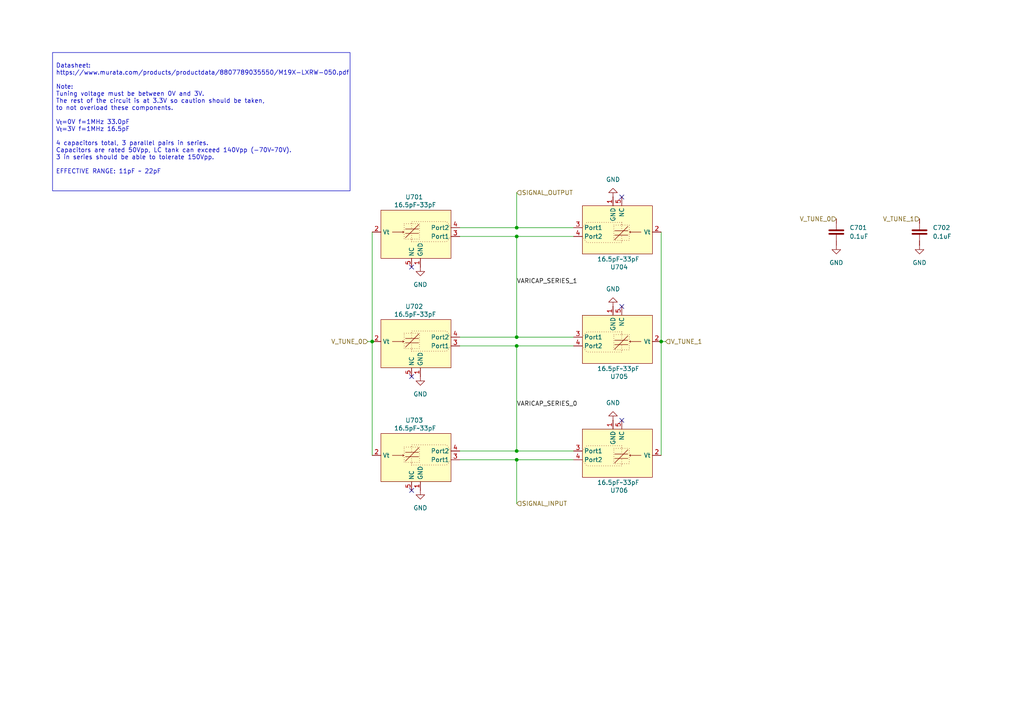
<source format=kicad_sch>
(kicad_sch (version 20250114) (generator "eeschema") (generator_version "9.0")
  (paper "A4")
  (title_block (rev "0") (company "Integrated BioElectronics Laboratory @ NYU Abu Dhabi") (comment 1 "Schematic developed by Hamza Anver"))
  (lib_symbols
    (symbol "GRM155R71A104KA01J_1" (pin_numbers (hide yes)) (pin_names (hide yes))
      (property "Reference" "C202" (at 1.2701 -3.81 90))
      (property "Value" "0.1uF" (at -1.2699 -3.81 90))
      (symbol "GRM155R71A104KA01J_1_0_1"
        (polyline (pts (xy -0.51 0) (xy -2.54 0)))
        (polyline (pts (xy -0.51 -2.03) (xy -0.51 2.03)) (stroke (width 0.508)))
        (polyline (pts (xy 0.51 2.03) (xy 0.51 -2.03)) (stroke (width 0.508)))
        (polyline (pts (xy 2.54 0) (xy 0.51 0)))
        (pin unspecified line (at -3.81 0 0) (length 1.27) (name "1") (number "1"))
        (pin unspecified line (at 3.81 0 180) (length 1.27) (name "2") (number "2"))
      )
    )
    (symbol "LXRW19V330-050_1"
      (property "Reference" "U701" (at -0.508 11.43 0))
      (property "Value" "16.5pF~33pF" (at -0.254 9.144 0))
      (symbol "LXRW19V330-050_1_0_1"
        (rectangle (start -10.16 7.62) (end 10.16 -6.35) (fill (type background)))
        (polyline (pts (xy -3.048 2.159) (xy 0.762 2.159)))
        (polyline (pts (xy -3.048 0.889) (xy 0.762 0.889)))
        (polyline (pts (xy -3.048 -0.381) (xy 0.762 3.429)))
        (pin unspecified line (at -12.7 1.27 0) (length 2.54) (name "Vt") (number "2"))
        (pin unspecified line (at -1.27 -8.89 90) (length 2.54) (name "NC") (number "5"))
        (pin unspecified line (at 1.27 -8.89 90) (length 2.54) (name "GND") (number "1"))
        (pin unspecified line (at 12.7 2.54 180) (length 2.54) (name "Port2") (number "4"))
        (pin unspecified line (at 12.7 0 180) (length 2.54) (name "Port1") (number "3"))
      )
      (symbol "LXRW19V330-050_1_1_1"
        (polyline (pts (xy -6.858 1.27) (xy -3.556 1.27) (xy -3.81 1.524) (xy -3.556 1.27) (xy -3.81 1.016)))
        (rectangle (start -3.429 3.683) (end 1.016 -0.762) (stroke (width 0) (type dot)))
        (polyline (pts (xy -1.27 3.81) (xy -1.27 2.286)))
        (polyline (pts (xy -1.27 3.81) (xy -1.27 4.318) (xy 8.89 4.318) (xy 10.16 2.54)))
        (polyline (pts (xy -1.27 -1.016) (xy -1.27 0.762)))
        (polyline (pts (xy -1.27 -1.27) (xy -1.27 -1.27)))
        (polyline (pts (xy -1.27 -1.27) (xy -1.27 -1.27)))
        (polyline (pts (xy -1.27 -1.524) (xy -1.27 -0.762)))
        (polyline (pts (xy -1.27 -1.524) (xy 8.89 -1.524) (xy 10.16 0)))
        (polyline (pts (xy 0.762 3.429) (xy 0.127 3.429)))
        (polyline (pts (xy 0.762 3.429) (xy 0.762 2.794)))
      )
    )
    (symbol "LXRW19V330-050_2"
      (property "Reference" "U701" (at -0.508 11.43 0))
      (property "Value" "16.5pF~33pF" (at -0.254 9.144 0))
      (symbol "LXRW19V330-050_2_0_1"
        (rectangle (start -10.16 7.62) (end 10.16 -6.35) (fill (type background)))
        (polyline (pts (xy -3.048 2.159) (xy 0.762 2.159)))
        (polyline (pts (xy -3.048 0.889) (xy 0.762 0.889)))
        (polyline (pts (xy -3.048 -0.381) (xy 0.762 3.429)))
        (pin unspecified line (at -12.7 1.27 0) (length 2.54) (name "Vt") (number "2"))
        (pin unspecified line (at -1.27 -8.89 90) (length 2.54) (name "NC") (number "5"))
        (pin unspecified line (at 1.27 -8.89 90) (length 2.54) (name "GND") (number "1"))
        (pin unspecified line (at 12.7 2.54 180) (length 2.54) (name "Port2") (number "4"))
        (pin unspecified line (at 12.7 0 180) (length 2.54) (name "Port1") (number "3"))
      )
      (symbol "LXRW19V330-050_2_1_1"
        (polyline (pts (xy -6.858 1.27) (xy -3.556 1.27) (xy -3.81 1.524) (xy -3.556 1.27) (xy -3.81 1.016)))
        (rectangle (start -3.429 3.683) (end 1.016 -0.762) (stroke (width 0) (type dot)))
        (polyline (pts (xy -1.27 3.81) (xy -1.27 2.286)))
        (polyline (pts (xy -1.27 3.81) (xy -1.27 4.318) (xy 8.89 4.318) (xy 10.16 2.54)))
        (polyline (pts (xy -1.27 -1.016) (xy -1.27 0.762)))
        (polyline (pts (xy -1.27 -1.27) (xy -1.27 -1.27)))
        (polyline (pts (xy -1.27 -1.27) (xy -1.27 -1.27)))
        (polyline (pts (xy -1.27 -1.524) (xy -1.27 -0.762)))
        (polyline (pts (xy -1.27 -1.524) (xy 8.89 -1.524) (xy 10.16 0)))
        (polyline (pts (xy 0.762 3.429) (xy 0.127 3.429)))
        (polyline (pts (xy 0.762 3.429) (xy 0.762 2.794)))
      )
    )
    (symbol "LXRW19V330-050_3"
      (property "Reference" "U701" (at -0.508 11.43 0))
      (property "Value" "16.5pF~33pF" (at -0.254 9.144 0))
      (symbol "LXRW19V330-050_3_0_1"
        (rectangle (start -10.16 7.62) (end 10.16 -6.35) (fill (type background)))
        (polyline (pts (xy -3.048 2.159) (xy 0.762 2.159)))
        (polyline (pts (xy -3.048 0.889) (xy 0.762 0.889)))
        (polyline (pts (xy -3.048 -0.381) (xy 0.762 3.429)))
        (pin unspecified line (at -12.7 1.27 0) (length 2.54) (name "Vt") (number "2"))
        (pin unspecified line (at -1.27 -8.89 90) (length 2.54) (name "NC") (number "5"))
        (pin unspecified line (at 1.27 -8.89 90) (length 2.54) (name "GND") (number "1"))
        (pin unspecified line (at 12.7 2.54 180) (length 2.54) (name "Port2") (number "4"))
        (pin unspecified line (at 12.7 0 180) (length 2.54) (name "Port1") (number "3"))
      )
      (symbol "LXRW19V330-050_3_1_1"
        (polyline (pts (xy -6.858 1.27) (xy -3.556 1.27) (xy -3.81 1.524) (xy -3.556 1.27) (xy -3.81 1.016)))
        (rectangle (start -3.429 3.683) (end 1.016 -0.762) (stroke (width 0) (type dot)))
        (polyline (pts (xy -1.27 3.81) (xy -1.27 2.286)))
        (polyline (pts (xy -1.27 3.81) (xy -1.27 4.318) (xy 8.89 4.318) (xy 10.16 2.54)))
        (polyline (pts (xy -1.27 -1.016) (xy -1.27 0.762)))
        (polyline (pts (xy -1.27 -1.27) (xy -1.27 -1.27)))
        (polyline (pts (xy -1.27 -1.27) (xy -1.27 -1.27)))
        (polyline (pts (xy -1.27 -1.524) (xy -1.27 -0.762)))
        (polyline (pts (xy -1.27 -1.524) (xy 8.89 -1.524) (xy 10.16 0)))
        (polyline (pts (xy 0.762 3.429) (xy 0.127 3.429)))
        (polyline (pts (xy 0.762 3.429) (xy 0.762 2.794)))
      )
    )
    (symbol "LXRW19V330-050_4"
      (property "Reference" "U701" (at -0.508 11.43 0))
      (property "Value" "16.5pF~33pF" (at -0.254 9.144 0))
      (symbol "LXRW19V330-050_4_0_1"
        (rectangle (start -10.16 7.62) (end 10.16 -6.35) (fill (type background)))
        (polyline (pts (xy -3.048 2.159) (xy 0.762 2.159)))
        (polyline (pts (xy -3.048 0.889) (xy 0.762 0.889)))
        (polyline (pts (xy -3.048 -0.381) (xy 0.762 3.429)))
        (pin unspecified line (at -12.7 1.27 0) (length 2.54) (name "Vt") (number "2"))
        (pin unspecified line (at -1.27 -8.89 90) (length 2.54) (name "NC") (number "5"))
        (pin unspecified line (at 1.27 -8.89 90) (length 2.54) (name "GND") (number "1"))
        (pin unspecified line (at 12.7 2.54 180) (length 2.54) (name "Port2") (number "4"))
        (pin unspecified line (at 12.7 0 180) (length 2.54) (name "Port1") (number "3"))
      )
      (symbol "LXRW19V330-050_4_1_1"
        (polyline (pts (xy -6.858 1.27) (xy -3.556 1.27) (xy -3.81 1.524) (xy -3.556 1.27) (xy -3.81 1.016)))
        (rectangle (start -3.429 3.683) (end 1.016 -0.762) (stroke (width 0) (type dot)))
        (polyline (pts (xy -1.27 3.81) (xy -1.27 2.286)))
        (polyline (pts (xy -1.27 3.81) (xy -1.27 4.318) (xy 8.89 4.318) (xy 10.16 2.54)))
        (polyline (pts (xy -1.27 -1.016) (xy -1.27 0.762)))
        (polyline (pts (xy -1.27 -1.27) (xy -1.27 -1.27)))
        (polyline (pts (xy -1.27 -1.27) (xy -1.27 -1.27)))
        (polyline (pts (xy -1.27 -1.524) (xy -1.27 -0.762)))
        (polyline (pts (xy -1.27 -1.524) (xy 8.89 -1.524) (xy 10.16 0)))
        (polyline (pts (xy 0.762 3.429) (xy 0.127 3.429)))
        (polyline (pts (xy 0.762 3.429) (xy 0.762 2.794)))
      )
    )
    (symbol "LXRW19V330-050_5"
      (property "Reference" "U701" (at -0.508 11.43 0))
      (property "Value" "16.5pF~33pF" (at -0.254 9.144 0))
      (symbol "LXRW19V330-050_5_0_1"
        (rectangle (start -10.16 7.62) (end 10.16 -6.35) (fill (type background)))
        (polyline (pts (xy -3.048 2.159) (xy 0.762 2.159)))
        (polyline (pts (xy -3.048 0.889) (xy 0.762 0.889)))
        (polyline (pts (xy -3.048 -0.381) (xy 0.762 3.429)))
        (pin unspecified line (at -12.7 1.27 0) (length 2.54) (name "Vt") (number "2"))
        (pin unspecified line (at -1.27 -8.89 90) (length 2.54) (name "NC") (number "5"))
        (pin unspecified line (at 1.27 -8.89 90) (length 2.54) (name "GND") (number "1"))
        (pin unspecified line (at 12.7 2.54 180) (length 2.54) (name "Port2") (number "4"))
        (pin unspecified line (at 12.7 0 180) (length 2.54) (name "Port1") (number "3"))
      )
      (symbol "LXRW19V330-050_5_1_1"
        (polyline (pts (xy -6.858 1.27) (xy -3.556 1.27) (xy -3.81 1.524) (xy -3.556 1.27) (xy -3.81 1.016)))
        (rectangle (start -3.429 3.683) (end 1.016 -0.762) (stroke (width 0) (type dot)))
        (polyline (pts (xy -1.27 3.81) (xy -1.27 2.286)))
        (polyline (pts (xy -1.27 3.81) (xy -1.27 4.318) (xy 8.89 4.318) (xy 10.16 2.54)))
        (polyline (pts (xy -1.27 -1.016) (xy -1.27 0.762)))
        (polyline (pts (xy -1.27 -1.27) (xy -1.27 -1.27)))
        (polyline (pts (xy -1.27 -1.27) (xy -1.27 -1.27)))
        (polyline (pts (xy -1.27 -1.524) (xy -1.27 -0.762)))
        (polyline (pts (xy -1.27 -1.524) (xy 8.89 -1.524) (xy 10.16 0)))
        (polyline (pts (xy 0.762 3.429) (xy 0.127 3.429)))
        (polyline (pts (xy 0.762 3.429) (xy 0.762 2.794)))
      )
    )
    (symbol "easyeda2kicad:LXRW19V330-050"
      (property "Reference" "U701" (at -0.508 11.43 0))
      (property "Value" "16.5pF~33pF" (at -0.254 9.144 0))
      (symbol "LXRW19V330-050_0_1"
        (rectangle (start -10.16 7.62) (end 10.16 -6.35) (fill (type background)))
        (polyline (pts (xy -3.048 2.159) (xy 0.762 2.159)))
        (polyline (pts (xy -3.048 0.889) (xy 0.762 0.889)))
        (polyline (pts (xy -3.048 -0.381) (xy 0.762 3.429)))
        (pin unspecified line (at -12.7 1.27 0) (length 2.54) (name "Vt") (number "2"))
        (pin unspecified line (at -1.27 -8.89 90) (length 2.54) (name "NC") (number "5"))
        (pin unspecified line (at 1.27 -8.89 90) (length 2.54) (name "GND") (number "1"))
        (pin unspecified line (at 12.7 2.54 180) (length 2.54) (name "Port2") (number "4"))
        (pin unspecified line (at 12.7 0 180) (length 2.54) (name "Port1") (number "3"))
      )
      (symbol "LXRW19V330-050_1_1"
        (polyline (pts (xy -6.858 1.27) (xy -3.556 1.27) (xy -3.81 1.524) (xy -3.556 1.27) (xy -3.81 1.016)))
        (rectangle (start -3.429 3.683) (end 1.016 -0.762) (stroke (width 0) (type dot)))
        (polyline (pts (xy -1.27 3.81) (xy -1.27 2.286)))
        (polyline (pts (xy -1.27 3.81) (xy -1.27 4.318) (xy 8.89 4.318) (xy 10.16 2.54)))
        (polyline (pts (xy -1.27 -1.016) (xy -1.27 0.762)))
        (polyline (pts (xy -1.27 -1.27) (xy -1.27 -1.27)))
        (polyline (pts (xy -1.27 -1.27) (xy -1.27 -1.27)))
        (polyline (pts (xy -1.27 -1.524) (xy -1.27 -0.762)))
        (polyline (pts (xy -1.27 -1.524) (xy 8.89 -1.524) (xy 10.16 0)))
        (polyline (pts (xy 0.762 3.429) (xy 0.127 3.429)))
        (polyline (pts (xy 0.762 3.429) (xy 0.762 2.794)))
      )
    )
    (symbol "power:GND" (power) (pin_numbers (hide yes)) (pin_names (offset 0) (hide yes))
      (property "Value" "GND" (at 0 -3.81 0))
      (symbol "GND_0_1"
        (polyline (pts (xy 0 0) (xy 0 -1.27) (xy 1.27 -1.27) (xy 0 -2.54) (xy -1.27 -1.27) (xy 0 -1.27)))
      )
      (symbol "GND_1_1"
        (pin power_in line (at 0 0 270) (length 0) (name "~") (number "1"))
      )
    )
  )
  (text_box "Datasheet: https://www.murata.com/products/productdata/8807789035550/M19X-LXRW-050.pdf\n\nNote:\nTuning voltage must be between 0V and 3V.\nThe rest of the circuit is at 3.3V so caution should be taken,\nto not overload these components.\n\nV_{t}=0V f=1MHz 33.0pF\nV_{t}=3V f=1MHz 16.5pF\n\n4 capacitors total, 3 parallel pairs in series.\nCapacitors are rated 50Vpp, LC tank can exceed 140Vpp (-70V~70V).\n3 in series should be able to tolerate 150Vpp.\n\nEFFECTIVE RANGE: 11pF ~ 22pF\n\n\n" (at 15.24 15.24 0) (size 86.2965 40.112) (margins 0.9525 0.9525 0.9525 0.9525) (effects (font (size 1.27 1.27)) (justify left)))
  (junction (at 149.86 66.04))
  (junction (at 191.77 99.06))
  (junction (at 149.86 133.35))
  (junction (at 149.86 130.81))
  (junction (at 107.95 99.06))
  (junction (at 149.86 100.33))
  (junction (at 149.86 68.58))
  (junction (at 149.86 97.79))
  (no_connect (at 119.38 77.47))
  (no_connect (at 180.34 57.15))
  (no_connect (at 119.38 109.22))
  (no_connect (at 180.34 121.92))
  (no_connect (at 119.38 142.24))
  (no_connect (at 180.34 88.9))
  (wire (pts (xy 106.68 99.06) (xy 107.95 99.06)))
  (wire (pts (xy 107.95 67.31) (xy 107.95 99.06)))
  (wire (pts (xy 133.35 68.58) (xy 149.86 68.58)))
  (wire (pts (xy 149.86 130.81) (xy 166.37 130.81)))
  (wire (pts (xy 149.86 100.33) (xy 149.86 130.81)))
  (wire (pts (xy 149.86 97.79) (xy 166.37 97.79)))
  (wire (pts (xy 149.86 55.88) (xy 149.86 66.04)))
  (wire (pts (xy 149.86 133.35) (xy 166.37 133.35)))
  (wire (pts (xy 133.35 133.35) (xy 149.86 133.35)))
  (wire (pts (xy 191.77 67.31) (xy 191.77 99.06)))
  (wire (pts (xy 133.35 130.81) (xy 149.86 130.81)))
  (wire (pts (xy 149.86 68.58) (xy 166.37 68.58)))
  (wire (pts (xy 149.86 100.33) (xy 166.37 100.33)))
  (wire (pts (xy 133.35 97.79) (xy 149.86 97.79)))
  (wire (pts (xy 191.77 99.06) (xy 191.77 132.08)))
  (wire (pts (xy 149.86 133.35) (xy 149.86 146.05)))
  (wire (pts (xy 133.35 66.04) (xy 149.86 66.04)))
  (wire (pts (xy 193.04 99.06) (xy 191.77 99.06)))
  (wire (pts (xy 149.86 68.58) (xy 149.86 97.79)))
  (wire (pts (xy 149.86 66.04) (xy 166.37 66.04)))
  (wire (pts (xy 107.95 99.06) (xy 107.95 132.08)))
  (wire (pts (xy 133.35 100.33) (xy 149.86 100.33)))
  (label "VARICAP_SERIES_1" (at 149.86 82.55 0))
  (label "VARICAP_SERIES_0" (at 149.86 118.11 0))
  (hierarchical_label "V_TUNE_0" (shape input) (at 106.68 99.06 180))
  (hierarchical_label "SIGNAL_OUTPUT" (shape input) (at 149.86 55.88 0))
  (hierarchical_label "V_TUNE_1" (shape input) (at 193.04 99.06 0))
  (hierarchical_label "V_TUNE_1" (shape input) (at 266.7 63.5 180))
  (hierarchical_label "V_TUNE_0" (shape input) (at 242.57 63.5 180))
  (hierarchical_label "SIGNAL_INPUT" (shape input) (at 149.86 146.05 0))
  (symbol (lib_name "LXRW19V330-050_4") (lib_id "easyeda2kicad:LXRW19V330-050") (at 179.07 130.81 180) (unit 1)
    (property "Reference" "U706" (at 179.578 142.24 0))
    (property "Value" "16.5pF~33pF" (at 179.324 139.954 0))
    (property "Footprint" "easyeda2kicad:DFN-4_L1.3-W0.9-P0.50-BR" (effects (hide yes)))
    (property "Datasheet" "https://jlcpcb.com/partdetail/MurataElectronics-LXRW19V330050/C3273438" (effects (hide yes)))
    (property "Description" "Variable Capacitor 16.5pF-33pF" (effects (hide yes)))
    (property "LCSC Part" "C3273438" (effects (hide yes)))
    (property "MPN" "LXRW19V330-050" (effects (hide yes)))
    (property "LCSC Page" "https://www.lcsc.com/product-detail/Trimmers-Variable-Capacitors_Murata-Electronics-LXRW19V330-050_C3273438.html" (effects (hide yes)))
  )
  (symbol (lib_name "GRM155R71A104KA01J_1") (lib_id "easyeda2kicad:GRM155R71A104KA01J") (at 242.57 67.31 90) (unit 1)
    (property "Reference" "C701" (at 246.38 66.0399 90) (effects (justify right)))
    (property "Value" "0.1uF" (at 246.38 68.5799 90) (effects (justify right)))
    (property "Footprint" "easyeda2kicad:C0402" (effects (hide yes)))
    (property "Datasheet" "https://www.lcsc.com/product-detail/Multilayer-Ceramic-Capacitors-MLCC-SMD-SMT_Murata-Electronics-GRM155R71A104KA01J_C6955083.html?s_z=n_0.1uF" (effects (hide yes)))
    (property "LCSC Part" "C6955083" (effects (hide yes)))
    (property "MPN" "GRM155R71A104KA01J" (effects (hide yes)))
  )
  (symbol (lib_id "power:GND") (at 266.7 71.12 0) (unit 1)
    (property "Reference" "#PWR0708" (effects (hide yes)))
    (property "Value" "GND" (at 266.7 76.2 0))
    (property "Description" "Power symbol creates a global label with name \"GND\" , ground" (effects (hide yes)))
  )
  (symbol (lib_id "power:GND") (at 177.8 121.92 180) (unit 1)
    (property "Reference" "#PWR0706" (effects (hide yes)))
    (property "Value" "GND" (at 177.8 116.84 0))
    (property "Description" "Power symbol creates a global label with name \"GND\" , ground" (effects (hide yes)))
  )
  (symbol (lib_name "LXRW19V330-050_3") (lib_id "easyeda2kicad:LXRW19V330-050") (at 120.65 133.35 0) (unit 1)
    (property "Reference" "U703" (at 120.142 121.92 0))
    (property "Value" "16.5pF~33pF" (at 120.396 124.206 0))
    (property "Footprint" "easyeda2kicad:DFN-4_L1.3-W0.9-P0.50-BR" (effects (hide yes)))
    (property "Datasheet" "https://www.lcsc.com/datasheet/lcsc_datasheet_2411220326_Murata-Electronics-LXRW19V330-050_C3273438.pdf" (effects (hide yes)))
    (property "Description" "Variable Capacitor 16.5pF-33pF" (effects (hide yes)))
    (property "LCSC Part" "C3273438" (effects (hide yes)))
    (property "MPN" "LXRW19V330-050" (effects (hide yes)))
    (property "LCSC Page" "https://www.lcsc.com/product-detail/Trimmers-Variable-Capacitors_Murata-Electronics-LXRW19V330-050_C3273438.html" (effects (hide yes)))
  )
  (symbol (lib_id "easyeda2kicad:LXRW19V330-050") (at 179.07 66.04 180) (unit 1)
    (property "Reference" "U704" (at 179.578 77.47 0))
    (property "Value" "16.5pF~33pF" (at 179.324 75.184 0))
    (property "Footprint" "easyeda2kicad:DFN-4_L1.3-W0.9-P0.50-BR" (effects (hide yes)))
    (property "Datasheet" "https://www.lcsc.com/datasheet/lcsc_datasheet_2411220326_Murata-Electronics-LXRW19V330-050_C3273438.pdf" (effects (hide yes)))
    (property "Description" "Variable Capacitor 16.5pF-33pF" (effects (hide yes)))
    (property "LCSC Part" "C3273438" (effects (hide yes)))
    (property "MPN" "LXRW19V330-050" (effects (hide yes)))
    (property "LCSC Page" "https://www.lcsc.com/product-detail/Trimmers-Variable-Capacitors_Murata-Electronics-LXRW19V330-050_C3273438.html" (effects (hide yes)))
  )
  (symbol (lib_id "power:GND") (at 121.92 109.22 0) (unit 1)
    (property "Reference" "#PWR0702" (effects (hide yes)))
    (property "Value" "GND" (at 121.92 114.3 0))
    (property "Description" "Power symbol creates a global label with name \"GND\" , ground" (effects (hide yes)))
  )
  (symbol (lib_id "power:GND") (at 177.8 57.15 180) (unit 1)
    (property "Reference" "#PWR0704" (effects (hide yes)))
    (property "Value" "GND" (at 177.8 52.07 0))
    (property "Description" "Power symbol creates a global label with name \"GND\" , ground" (effects (hide yes)))
  )
  (symbol (lib_name "LXRW19V330-050_1") (lib_id "easyeda2kicad:LXRW19V330-050") (at 179.07 97.79 180) (unit 1)
    (property "Reference" "U705" (at 179.578 109.22 0))
    (property "Value" "16.5pF~33pF" (at 179.324 106.934 0))
    (property "Footprint" "easyeda2kicad:DFN-4_L1.3-W0.9-P0.50-BR" (effects (hide yes)))
    (property "Datasheet" "https://www.lcsc.com/datasheet/lcsc_datasheet_2411220326_Murata-Electronics-LXRW19V330-050_C3273438.pdf" (effects (hide yes)))
    (property "Description" "Variable Capacitor 16.5pF-33pF" (effects (hide yes)))
    (property "LCSC Part" "C3273438" (effects (hide yes)))
    (property "MPN" "LXRW19V330-050" (effects (hide yes)))
    (property "LCSC Page" "https://www.lcsc.com/product-detail/Trimmers-Variable-Capacitors_Murata-Electronics-LXRW19V330-050_C3273438.html" (effects (hide yes)))
  )
  (symbol (lib_id "power:GND") (at 242.57 71.12 0) (unit 1)
    (property "Reference" "#PWR0707" (effects (hide yes)))
    (property "Value" "GND" (at 242.57 76.2 0))
    (property "Description" "Power symbol creates a global label with name \"GND\" , ground" (effects (hide yes)))
  )
  (symbol (lib_name "LXRW19V330-050_5") (lib_id "easyeda2kicad:LXRW19V330-050") (at 120.65 100.33 0) (unit 1)
    (property "Reference" "U702" (at 120.142 88.9 0))
    (property "Value" "16.5pF~33pF" (at 120.396 91.186 0))
    (property "Footprint" "easyeda2kicad:DFN-4_L1.3-W0.9-P0.50-BR" (effects (hide yes)))
    (property "Datasheet" "https://www.lcsc.com/datasheet/lcsc_datasheet_2411220326_Murata-Electronics-LXRW19V330-050_C3273438.pdf" (effects (hide yes)))
    (property "Description" "Variable Capacitor 16.5pF-33pF" (effects (hide yes)))
    (property "LCSC Part" "C3273438" (effects (hide yes)))
    (property "MPN" "LXRW19V330-050" (effects (hide yes)))
    (property "LCSC Page" "https://www.lcsc.com/product-detail/Trimmers-Variable-Capacitors_Murata-Electronics-LXRW19V330-050_C3273438.html" (effects (hide yes)))
  )
  (symbol (lib_id "power:GND") (at 121.92 142.24 0) (unit 1)
    (property "Reference" "#PWR0703" (effects (hide yes)))
    (property "Value" "GND" (at 121.92 147.32 0))
    (property "Description" "Power symbol creates a global label with name \"GND\" , ground" (effects (hide yes)))
  )
  (symbol (lib_name "GRM155R71A104KA01J_1") (lib_id "easyeda2kicad:GRM155R71A104KA01J") (at 266.7 67.31 90) (unit 1)
    (property "Reference" "C702" (at 270.51 66.0399 90) (effects (justify right)))
    (property "Value" "0.1uF" (at 270.51 68.5799 90) (effects (justify right)))
    (property "Footprint" "easyeda2kicad:C0402" (effects (hide yes)))
    (property "Datasheet" "https://www.lcsc.com/product-detail/Multilayer-Ceramic-Capacitors-MLCC-SMD-SMT_Murata-Electronics-GRM155R71A104KA01J_C6955083.html?s_z=n_0.1uF" (effects (hide yes)))
    (property "LCSC Part" "C6955083" (effects (hide yes)))
    (property "MPN" "GRM155R71A104KA01J" (effects (hide yes)))
  )
  (symbol (lib_name "LXRW19V330-050_2") (lib_id "easyeda2kicad:LXRW19V330-050") (at 120.65 68.58 0) (unit 1)
    (property "Reference" "U701" (at 120.142 57.15 0))
    (property "Value" "16.5pF~33pF" (at 120.396 59.436 0))
    (property "Footprint" "easyeda2kicad:DFN-4_L1.3-W0.9-P0.50-BR" (effects (hide yes)))
    (property "Datasheet" "https://www.lcsc.com/datasheet/lcsc_datasheet_2411220326_Murata-Electronics-LXRW19V330-050_C3273438.pdf" (effects (hide yes)))
    (property "Description" "Variable Capacitor 16.5pF-33pF" (effects (hide yes)))
    (property "LCSC Part" "C3273438" (effects (hide yes)))
    (property "MPN" "LXRW19V330-050" (effects (hide yes)))
    (property "LCSC Page" "https://www.lcsc.com/product-detail/Trimmers-Variable-Capacitors_Murata-Electronics-LXRW19V330-050_C3273438.html" (effects (hide yes)))
  )
  (symbol (lib_id "power:GND") (at 121.92 77.47 0) (unit 1)
    (property "Reference" "#PWR0701" (effects (hide yes)))
    (property "Value" "GND" (at 121.92 82.55 0))
    (property "Description" "Power symbol creates a global label with name \"GND\" , ground" (effects (hide yes)))
  )
  (symbol (lib_id "power:GND") (at 177.8 88.9 180) (unit 1)
    (property "Reference" "#PWR0705" (effects (hide yes)))
    (property "Value" "GND" (at 177.8 83.82 0))
    (property "Description" "Power symbol creates a global label with name \"GND\" , ground" (effects (hide yes)))
  )
)
</source>
